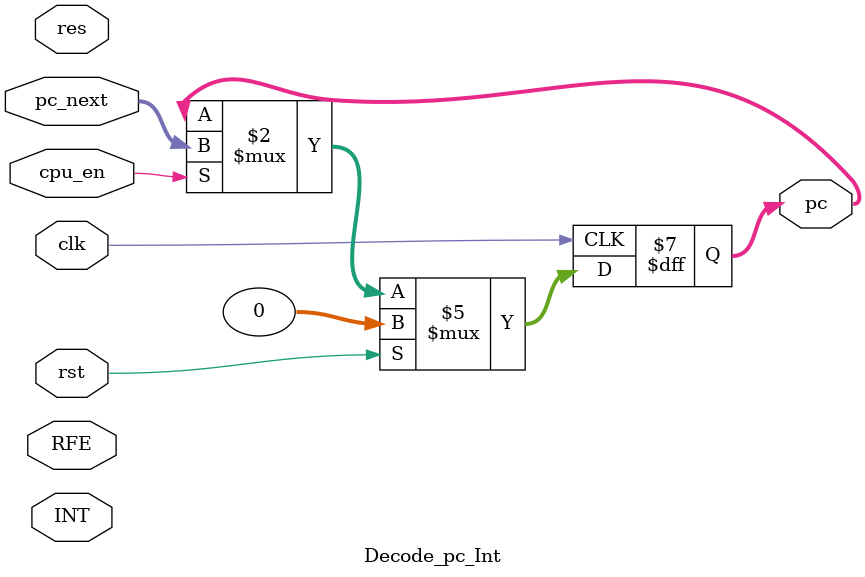
<source format=v>
`timescale 1ns / 1ps
module Decode_pc_Int(input wire clk,
						   input wire res,
							input wire cpu_en,
							input wire rst,
							input wire INT,
							input wire RFE,
							input wire[31:0] pc_next,
							output reg [31:0] pc
						);
	always @(posedge clk) begin
		if (rst) begin
			pc <= 0;
		end
		else if (cpu_en) begin	
			pc<= pc_next;
		end
	end
						
endmodule

</source>
